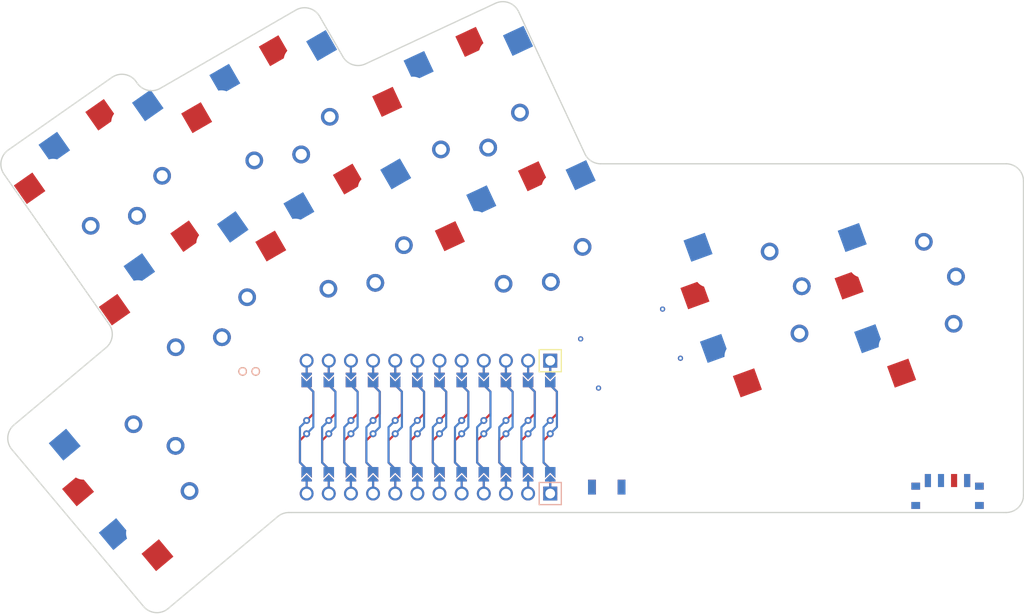
<source format=kicad_pcb>
(kicad_pcb (version 20211014) (generator pcbnew)
  (title_block (title "piano") (rev "v1.0.0") (company "Unknown"))
  (layers (0 "F.Cu" signal) (31 "B.Cu" signal) (34 "B.Paste" user) (35 "F.Paste" user) (36 "B.SilkS" user "B.Silkscreen") (37 "F.SilkS" user "F.Silkscreen") (38 "B.Mask" user) (39 "F.Mask" user) (44 "Edge.Cuts" user))
  (net 0 "")
  (net 1 "P10")
  (net 2 "GND")
  (net 3 "P9")
  (net 4 "P8")
  (net 5 "P15")
  (net 6 "P14")
  (net 7 "P4")
  (net 8 "P5")
  (net 9 "P0")
  (net 10 "P1")
  (net 11 "RAW")
  (net 12 "RST")
  (net 13 "VCC")
  (net 14 "P21")
  (net 15 "P20")
  (net 16 "P19")
  (net 17 "P18")
  (net 18 "P16")
  (net 19 "P2")
  (net 20 "P3")
  (net 21 "P6")
  (net 22 "P7")
  (net 23 "pos")
  (footprint "lib:bat" (layer "F.Cu") (at 12.964576 -12.329089 90)
    (fp_text reference "")
    (fp_text value "")
  )
  (footprint "PG1350" (layer "F.Cu") (at 15.980566 -42.32194 -150)
    (fp_text reference "S10" hide)
    (fp_text value "" hide)
  )
  (footprint "PG1350" (layer "F.Cu") (at -3.292429 -35.009689 -145)
    (fp_text reference "S6" hide)
    (fp_text value "" hide)
  )
  (footprint "PG1350" (layer "F.Cu") (at 37.884513 -43.346486 25)
    (fp_text reference "S13" hide)
    (fp_text value "" hide)
  )
  (footprint "PG1350" (layer "F.Cu") (at 88.487183 -21.193958 110)
    (fp_text reference "S17" hide)
    (fp_text value "" hide)
  )
  (footprint "VIA-0.6mm" (layer "F.Cu") (at 62.431442 -13.8388 110)
    (fp_text reference "REF**" hide)
    (fp_text value "VIA-0.6mm" hide)
  )
  (footprint "PG1350" (layer "F.Cu") (at 6.458371 -21.084104 35)
    (fp_text reference "S3" hide)
    (fp_text value "" hide)
  )
  (footprint "PG1350" (layer "F.Cu") (at 0 0 130)
    (fp_text reference "S1" hide)
    (fp_text value "" hide)
  )
  (footprint "PG1350" (layer "F.Cu") (at 70.802308 -20.078079 -70)
    (fp_text reference "S16" hide)
    (fp_text value "" hide)
  )
  (footprint "PG1350" (layer "F.Cu") (at 88.487183 -21.193958 -70)
    (fp_text reference "S18" hide)
    (fp_text value "" hide)
  )
  (footprint "VIA-0.6mm" (layer "F.Cu") (at 60.379321 -19.476956 110)
    (fp_text reference "REF**" hide)
    (fp_text value "VIA-0.6mm" hide)
  )
  (footprint "ProMicro" (layer "F.Cu") (at 33.5257 -5.939479 180)
    (fp_text reference "MCU1" hide)
    (fp_text value "")
  )
  (footprint "Button_Switch_SMD:SW_SPDT_PCM12" (layer "F.Cu") (at 93.064722 1.616042)
    (fp_text reference "")
    (fp_text value "")
  )
  (footprint "PG1350" (layer "F.Cu") (at 15.980566 -42.32194 30)
    (fp_text reference "S9" hide)
    (fp_text value "" hide)
  )
  (footprint "PG1350" (layer "F.Cu") (at 45.069023 -27.939254 25)
    (fp_text reference "S11" hide)
    (fp_text value "" hide)
  )
  (footprint "PG1350" (layer "F.Cu") (at 6.458371 -21.084104 -145)
    (fp_text reference "S4" hide)
    (fp_text value "" hide)
  )
  (footprint "VIA-0.6mm" (layer "F.Cu") (at 50.982395 -16.056754 110)
    (fp_text reference "REF**" hide)
    (fp_text value "VIA-0.6mm" hide)
  )
  (footprint "PG1350" (layer "F.Cu") (at 45.069023 -27.939254 -155)
    (fp_text reference "S12" hide)
    (fp_text value "" hide)
  )
  (footprint "PG1350" (layer "F.Cu") (at -3.292429 -35.009689 35)
    (fp_text reference "S5" hide)
    (fp_text value "" hide)
  )
  (footprint "PG1350" (layer "F.Cu") (at 0 0 -50)
    (fp_text reference "S2" hide)
    (fp_text value "" hide)
  )
  (footprint "PG1350" (layer "F.Cu") (at 37.884513 -43.346486 -155)
    (fp_text reference "S14" hide)
    (fp_text value "" hide)
  )
  (footprint "PG1350" (layer "F.Cu") (at 24.480566 -27.599508 -150)
    (fp_text reference "S8" hide)
    (fp_text value "" hide)
  )
  (footprint "Button_Switch_SMD:SW_SPST_B3U-1000P" (layer "F.Cu") (at 53.977659 0.944081)
    (fp_text reference "")
    (fp_text value "")
  )
  (footprint "VIA-0.6mm" (layer "F.Cu") (at 53.034516 -10.418598 110)
    (fp_text reference "REF**" hide)
    (fp_text value "VIA-0.6mm" hide)
  )
  (footprint "PG1350" (layer "F.Cu") (at 24.480566 -27.599508 30)
    (fp_text reference "S7" hide)
    (fp_text value "" hide)
  )
  (footprint "PG1350" (layer "F.Cu") (at 70.802308 -20.078079 110)
    (fp_text reference "S15" hide)
    (fp_text value "" hide)
  )
  (gr_line (start -14.255643 -3.376631) (end 0.849866 14.625414) (layer "Edge.Cuts") (width 0.15))
  (gr_line (start 2.765686 -44.795955) (end 18.317263 -53.774662) (layer "Edge.Cuts") (width 0.15))
  (gr_line (start -15.150802 -34.946595) (end -3.097857 -17.733206) (layer "Edge.Cuts") (width 0.15))
  (gr_arc (start 99.778207 -36.143957) (mid 101.192421 -35.558171) (end 101.778207 -34.143957) (layer "Edge.Cuts") (width 0.15))
  (gr_arc (start 2.765686 -44.795955) (mid 1.332807 -44.575414) (end 0.127382 -45.380853) (layer "Edge.Cuts") (width 0.15))
  (gr_line (start 43.86834 -53.584592) (end 51.462567 -37.29872) (layer "Edge.Cuts") (width 0.15))
  (gr_arc (start 18.317263 -53.774662) (mid 19.834901 -53.974463) (end 21.049314 -53.042611) (layer "Edge.Cuts") (width 0.15))
  (gr_arc (start -3.097859 -17.733207) (mid -2.753272 -16.325002) (end -3.450586 -15.053965) (layer "Edge.Cuts") (width 0.15))
  (gr_arc (start 16.238115 4.323954) (mid 16.83965 3.976658) (end 17.52369 3.856043) (layer "Edge.Cuts") (width 0.15))
  (gr_line (start -14.00913 -6.194295) (end -3.450586 -15.053965) (layer "Edge.Cuts") (width 0.15))
  (gr_arc (start -15.150802 -34.946595) (mid -15.482114 -36.441044) (end -14.659651 -37.732052) (layer "Edge.Cuts") (width 0.15))
  (gr_arc (start 41.210488 -54.55197) (mid 42.739765 -54.61874) (end 43.86834 -53.584592) (layer "Edge.Cuts") (width 0.15))
  (gr_arc (start 53.275183 -36.143956) (mid 52.200583 -36.457173) (end 51.462567 -37.29872) (layer "Edge.Cuts") (width 0.15))
  (gr_arc (start 3.667529 14.871927) (mid 2.207643 15.332228) (end 0.849866 14.625414) (layer "Edge.Cuts") (width 0.15))
  (gr_line (start 0.127382 -45.380853) (end 0.003511 -45.557759) (layer "Edge.Cuts") (width 0.15))
  (gr_line (start 26.300199 -47.599189) (end 41.210488 -54.551971) (layer "Edge.Cuts") (width 0.15))
  (gr_arc (start -14.255643 -3.37663) (mid -14.715944 -4.836517) (end -14.00913 -6.194295) (layer "Edge.Cuts") (width 0.15))
  (gr_line (start 3.66753 14.871927) (end 16.238114 4.323955) (layer "Edge.Cuts") (width 0.15))
  (gr_line (start 101.778207 1.856043) (end 101.778207 -34.143957) (layer "Edge.Cuts") (width 0.15))
  (gr_line (start 17.52369 3.856043) (end 99.778207 3.856043) (layer "Edge.Cuts") (width 0.15))
  (gr_arc (start 101.778207 1.856043) (mid 101.192421 3.270257) (end 99.778207 3.856043) (layer "Edge.Cuts") (width 0.15))
  (gr_arc (start 26.300199 -47.599188) (mid 24.85355 -47.50437) (end 23.722911 -48.411804) (layer "Edge.Cuts") (width 0.15))
  (gr_line (start -14.659651 -37.732052) (end -2.781946 -46.04891) (layer "Edge.Cuts") (width 0.15))
  (gr_line (start 99.778207 -36.143957) (end 53.275183 -36.143957) (layer "Edge.Cuts") (width 0.15))
  (gr_line (start 21.049314 -53.042611) (end 23.722911 -48.411804) (layer "Edge.Cuts") (width 0.15))
  (gr_arc (start -2.781946 -46.04891) (mid -1.287497 -46.380222) (end 0.003511 -45.557759) (layer "Edge.Cuts") (width 0.15))
)
</source>
